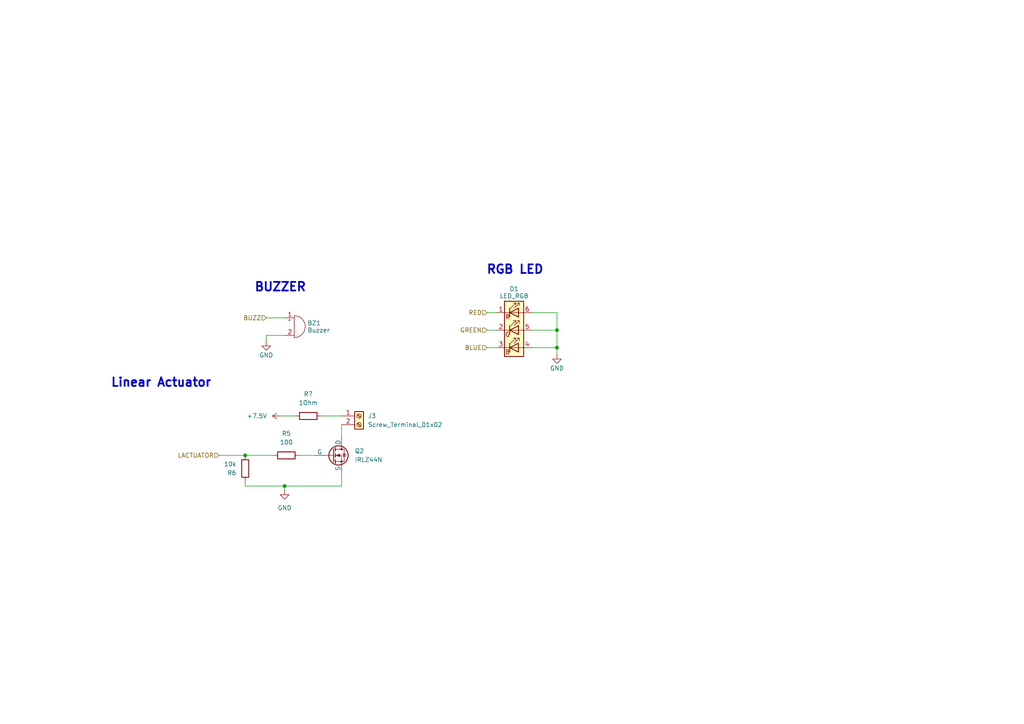
<source format=kicad_sch>
(kicad_sch (version 20230121) (generator eeschema)
  (paper "A4")
  (lib_symbols
    (symbol "Connector:Screw_Terminal_01x02" (pin_names (offset 1.016) hide)
      (property "Reference" "J" (at 0 2.54 0))
      (property "Value" "Screw_Terminal_01x02" (at 0 -5.08 0))
      (symbol "Screw_Terminal_01x02_1_1"
        (rectangle (start -1.27 1.27) (end 1.27 -3.81) (stroke (width 0.254)) (fill (type background)))
        (circle (center 0 -2.54) (radius 0.635) (stroke (width 0.1524)))
        (polyline (pts (xy -0.5334 -2.2098) (xy 0.3302 -3.048)) (stroke (width 0.1524)))
        (polyline (pts (xy -0.5334 0.3302) (xy 0.3302 -0.508)) (stroke (width 0.1524)))
        (polyline (pts (xy -0.3556 -2.032) (xy 0.508 -2.8702)) (stroke (width 0.1524)))
        (polyline (pts (xy -0.3556 0.508) (xy 0.508 -0.3302)) (stroke (width 0.1524)))
        (circle (center 0 0) (radius 0.635) (stroke (width 0.1524)))
        (pin passive line (at -5.08 0 0) (length 3.81) (name "Pin_1") (number "1"))
        (pin passive line (at -5.08 -2.54 0) (length 3.81) (name "Pin_2") (number "2"))
      )
    )
    (symbol "Device:Buzzer" (pin_names (offset 0.0254) hide)
      (property "Reference" "BZ" (at 3.81 1.27 0))
      (property "Value" "Buzzer" (at 3.81 -1.27 0))
      (symbol "Buzzer_0_1"
        (arc (start 0 -3.175) (mid 3.1612 0) (end 0 3.175))
        (polyline (pts (xy -1.651 1.905) (xy -1.143 1.905)))
        (polyline (pts (xy -1.397 2.159) (xy -1.397 1.651)))
        (polyline (pts (xy 0 3.175) (xy 0 -3.175)))
      )
      (symbol "Buzzer_1_1"
        (pin passive line (at -2.54 2.54 0) (length 2.54) (name "-") (number "1"))
        (pin passive line (at -2.54 -2.54 0) (length 2.54) (name "+") (number "2"))
      )
    )
    (symbol "Device:LED_RGB" (pin_names (offset 0) hide)
      (property "Reference" "D" (at 0 9.398 0))
      (property "Value" "LED_RGB" (at 0 -8.89 0))
      (symbol "LED_RGB_0_0"
        (text "B" (at -1.905 -6.35 0) (effects (font (size 1.27 1.27))))
        (text "G" (at -1.905 -1.27 0) (effects (font (size 1.27 1.27))))
        (text "R" (at -1.905 3.81 0) (effects (font (size 1.27 1.27))))
      )
      (symbol "LED_RGB_0_1"
        (polyline (pts (xy -1.27 -5.08) (xy -2.54 -5.08)))
        (polyline (pts (xy -1.27 -5.08) (xy 1.27 -5.08)))
        (polyline (pts (xy -1.27 -3.81) (xy -1.27 -6.35)) (stroke (width 0.254)))
        (polyline (pts (xy -1.27 0) (xy -2.54 0)))
        (polyline (pts (xy -1.27 1.27) (xy -1.27 -1.27)) (stroke (width 0.254)))
        (polyline (pts (xy -1.27 5.08) (xy -2.54 5.08)))
        (polyline (pts (xy -1.27 5.08) (xy 1.27 5.08)))
        (polyline (pts (xy -1.27 6.35) (xy -1.27 3.81)) (stroke (width 0.254)))
        (polyline (pts (xy 1.27 -5.08) (xy 2.54 -5.08)))
        (polyline (pts (xy 1.27 0) (xy -1.27 0)))
        (polyline (pts (xy 1.27 0) (xy 2.54 0)))
        (polyline (pts (xy 1.27 5.08) (xy 2.54 5.08)))
        (polyline (pts (xy -1.27 1.27) (xy -1.27 -1.27) (xy -1.27 -1.27)))
        (polyline (pts (xy -1.27 6.35) (xy -1.27 3.81) (xy -1.27 3.81)))
        (polyline (pts (xy 1.27 -3.81) (xy 1.27 -6.35) (xy -1.27 -5.08) (xy 1.27 -3.81)) (stroke (width 0.254)))
        (polyline (pts (xy 1.27 1.27) (xy 1.27 -1.27) (xy -1.27 0) (xy 1.27 1.27)) (stroke (width 0.254)))
        (polyline (pts (xy 1.27 6.35) (xy 1.27 3.81) (xy -1.27 5.08) (xy 1.27 6.35)) (stroke (width 0.254)))
        (polyline (pts (xy -1.016 -3.81) (xy 0.508 -2.286) (xy -0.254 -2.286) (xy 0.508 -2.286) (xy 0.508 -3.048)))
        (polyline (pts (xy -1.016 1.27) (xy 0.508 2.794) (xy -0.254 2.794) (xy 0.508 2.794) (xy 0.508 2.032)))
        (polyline (pts (xy -1.016 6.35) (xy 0.508 7.874) (xy -0.254 7.874) (xy 0.508 7.874) (xy 0.508 7.112)))
        (polyline (pts (xy 0 -3.81) (xy 1.524 -2.286) (xy 0.762 -2.286) (xy 1.524 -2.286) (xy 1.524 -3.048)))
        (polyline (pts (xy 0 1.27) (xy 1.524 2.794) (xy 0.762 2.794) (xy 1.524 2.794) (xy 1.524 2.032)))
        (polyline (pts (xy 0 6.35) (xy 1.524 7.874) (xy 0.762 7.874) (xy 1.524 7.874) (xy 1.524 7.112)))
        (rectangle (start 1.27 -1.27) (end 1.27 1.27))
        (rectangle (start 1.27 1.27) (end 1.27 1.27))
        (rectangle (start 1.27 3.81) (end 1.27 6.35))
        (rectangle (start 1.27 6.35) (end 1.27 6.35))
        (rectangle (start 2.794 8.382) (end -2.794 -7.62) (stroke (width 0.254)) (fill (type background)))
      )
      (symbol "LED_RGB_1_1"
        (pin passive line (at -5.08 5.08 0) (length 2.54) (name "RK") (number "1"))
        (pin passive line (at -5.08 0 0) (length 2.54) (name "GK") (number "2"))
        (pin passive line (at -5.08 -5.08 0) (length 2.54) (name "BK") (number "3"))
        (pin passive line (at 5.08 -5.08 180) (length 2.54) (name "BA") (number "4"))
        (pin passive line (at 5.08 0 180) (length 2.54) (name "GA") (number "5"))
        (pin passive line (at 5.08 5.08 180) (length 2.54) (name "RA") (number "6"))
      )
    )
    (symbol "Device:R" (pin_numbers hide) (pin_names (offset 0))
      (property "Reference" "R" (at 2.032 0 90))
      (property "Value" "R" (at 0 0 90))
      (symbol "R_0_1"
        (rectangle (start -1.016 -2.54) (end 1.016 2.54) (stroke (width 0.254)))
      )
      (symbol "R_1_1"
        (pin passive line (at 0 3.81 270) (length 1.27) (name "~") (number "1"))
        (pin passive line (at 0 -3.81 90) (length 1.27) (name "~") (number "2"))
      )
    )
    (symbol "Simulation_SPICE:NMOS" (pin_numbers hide) (pin_names (offset 0))
      (property "Reference" "Q" (at 5.08 1.27 0))
      (property "Value" "NMOS" (at 5.08 -1.27 0))
      (symbol "NMOS_0_1"
        (polyline (pts (xy 0.254 0) (xy -2.54 0)))
        (polyline (pts (xy 0.254 1.905) (xy 0.254 -1.905)) (stroke (width 0.254)))
        (polyline (pts (xy 0.762 -1.27) (xy 0.762 -2.286)) (stroke (width 0.254)))
        (polyline (pts (xy 0.762 0.508) (xy 0.762 -0.508)) (stroke (width 0.254)))
        (polyline (pts (xy 0.762 2.286) (xy 0.762 1.27)) (stroke (width 0.254)))
        (polyline (pts (xy 2.54 2.54) (xy 2.54 1.778)))
        (polyline (pts (xy 2.54 -2.54) (xy 2.54 0) (xy 0.762 0)))
        (polyline (pts (xy 0.762 -1.778) (xy 3.302 -1.778) (xy 3.302 1.778) (xy 0.762 1.778)))
        (polyline (pts (xy 1.016 0) (xy 2.032 0.381) (xy 2.032 -0.381) (xy 1.016 0)) (fill (type outline)))
        (polyline (pts (xy 2.794 0.508) (xy 2.921 0.381) (xy 3.683 0.381) (xy 3.81 0.254)))
        (polyline (pts (xy 3.302 0.381) (xy 2.921 -0.254) (xy 3.683 -0.254) (xy 3.302 0.381)))
        (circle (center 1.651 0) (radius 2.794) (stroke (width 0.254)))
        (circle (center 2.54 -1.778) (radius 0.254) (fill (type outline)))
        (circle (center 2.54 1.778) (radius 0.254) (fill (type outline)))
      )
      (symbol "NMOS_1_1"
        (pin passive line (at 2.54 5.08 270) (length 2.54) (name "D") (number "1"))
        (pin input line (at -5.08 0 0) (length 2.54) (name "G") (number "2"))
        (pin passive line (at 2.54 -5.08 90) (length 2.54) (name "S") (number "3"))
      )
    )
    (symbol "power:+7.5V" (power) (pin_names (offset 0))
      (property "Value" "+7.5V" (at 0 3.556 0))
      (symbol "+7.5V_0_1"
        (polyline (pts (xy -0.762 1.27) (xy 0 2.54)))
        (polyline (pts (xy 0 0) (xy 0 2.54)))
        (polyline (pts (xy 0 2.54) (xy 0.762 1.27)))
      )
      (symbol "+7.5V_1_1"
        (pin power_in line (at 0 0 90) (length 0) hide (name "+7.5V") (number "1"))
      )
    )
    (symbol "power:GND" (power) (pin_names (offset 0))
      (property "Value" "GND" (at 0 -3.81 0))
      (symbol "GND_0_1"
        (polyline (pts (xy 0 0) (xy 0 -1.27) (xy 1.27 -1.27) (xy 0 -2.54) (xy -1.27 -1.27) (xy 0 -1.27)))
      )
      (symbol "GND_1_1"
        (pin power_in line (at 0 0 270) (length 0) hide (name "GND") (number "1"))
      )
    )
  )
  (junction (at 161.544 95.758))
  (junction (at 82.55 140.97))
  (junction (at 161.544 100.838))
  (junction (at 71.12 132.08))
  (wire (pts (xy 154.178 95.758) (xy 161.544 95.758)))
  (wire (pts (xy 86.868 132.08) (xy 91.44 132.08)))
  (wire (pts (xy 141.224 90.678) (xy 144.018 90.678)))
  (wire (pts (xy 161.544 102.87) (xy 161.544 100.838)))
  (wire (pts (xy 99.06 140.97) (xy 82.55 140.97)))
  (wire (pts (xy 77.216 92.202) (xy 82.804 92.202)))
  (wire (pts (xy 154.178 100.838) (xy 161.544 100.838)))
  (wire (pts (xy 161.544 100.838) (xy 161.544 95.758)))
  (wire (pts (xy 99.06 137.16) (xy 99.06 140.97)))
  (wire (pts (xy 71.12 132.08) (xy 79.248 132.08)))
  (wire (pts (xy 161.544 90.678) (xy 154.178 90.678)))
  (wire (pts (xy 71.12 139.7) (xy 71.12 140.97)))
  (wire (pts (xy 71.12 140.97) (xy 82.55 140.97)))
  (wire (pts (xy 77.216 97.282) (xy 82.804 97.282)))
  (wire (pts (xy 141.224 100.838) (xy 144.018 100.838)))
  (wire (pts (xy 99.06 123.19) (xy 99.06 127)))
  (wire (pts (xy 161.544 95.758) (xy 161.544 90.678)))
  (wire (pts (xy 77.216 97.282) (xy 77.216 99.06)))
  (wire (pts (xy 93.218 120.65) (xy 99.06 120.65)))
  (wire (pts (xy 141.224 95.758) (xy 144.018 95.758)))
  (wire (pts (xy 81.534 120.65) (xy 85.598 120.65)))
  (wire (pts (xy 63.5 132.08) (xy 71.12 132.08)))
  (wire (pts (xy 82.55 140.97) (xy 82.55 142.24)))
  (text "Linear Actuator" (at 32.004 112.522 0) (effects (font (size 2.5 2.5) (thickness 0.5) bold) (justify left bottom)))
  (text "BUZZER" (at 73.66 84.836 0) (effects (font (size 2.5 2.5) (thickness 0.5) bold) (justify left bottom)))
  (text "RGB LED" (at 140.97 79.756 0) (effects (font (size 2.5 2.5) (thickness 0.5) bold) (justify left bottom)))
  (hierarchical_label "GREEN" (shape input) (at 141.224 95.758 180))
  (hierarchical_label "BLUE" (shape input) (at 141.224 100.838 180))
  (hierarchical_label "LACTUATOR" (shape input) (at 63.5 132.08 180))
  (hierarchical_label "RED" (shape input) (at 141.224 90.678 180))
  (hierarchical_label "BUZZ" (shape input) (at 77.216 92.202 180))
  (symbol (lib_id "power:+7.5V") (at 81.534 120.65 90) (unit 1)
    (property "Reference" "#PWR019" (effects hide))
    (property "Value" "+7.5V" (at 77.47 120.65 90) (effects (justify left)))
  )
  (symbol (lib_id "Device:Buzzer") (at 85.344 94.742 0) (unit 1)
    (property "Reference" "BZ1" (at 89.1402 93.718 0) (effects (justify left)))
    (property "Value" "Buzzer" (at 89.1402 95.766 0) (effects (justify left)))
  )
  (symbol (lib_id "Device:R") (at 89.408 120.65 90) (unit 1)
    (property "Reference" "R7" (at 89.408 114.3 90))
    (property "Value" "1Ohm" (at 89.408 116.84 90))
  )
  (symbol (lib_id "power:GND") (at 77.216 99.06 0) (unit 1)
    (property "Reference" "#PWR018" (effects hide))
    (property "Value" "GND" (at 77.216 103.005 0))
  )
  (symbol (lib_id "Device:R") (at 83.058 132.08 90) (unit 1)
    (property "Reference" "R5" (at 83.058 125.73 90))
    (property "Value" "100" (at 83.058 128.27 90))
  )
  (symbol (lib_id "power:GND") (at 82.55 142.24 0) (unit 1)
    (property "Reference" "#PWR017" (effects hide))
    (property "Value" "GND" (at 82.55 147.32 0))
  )
  (symbol (lib_id "Device:R") (at 71.12 135.89 0) (unit 1)
    (property "Reference" "R6" (at 68.58 137.16 0) (effects (justify right)))
    (property "Value" "10k" (at 68.58 134.62 0) (effects (justify right)))
  )
  (symbol (lib_id "power:GND") (at 161.544 102.87 0) (unit 1)
    (property "Reference" "#PWR016" (effects hide))
    (property "Value" "GND" (at 161.544 106.815 0))
  )
  (symbol (lib_id "Device:LED_RGB") (at 149.098 95.758 0) (unit 1)
    (property "Reference" "D1" (at 149.098 83.796 0))
    (property "Value" "LED_RGB" (at 149.098 85.844 0))
  )
  (symbol (lib_id "Connector:Screw_Terminal_01x02") (at 104.14 120.65 0) (unit 1)
    (property "Reference" "J3" (at 106.68 120.65 0) (effects (justify left)))
    (property "Value" "Screw_Terminal_01x02" (at 106.68 123.19 0) (effects (justify left)))
  )
  (symbol (lib_id "Simulation_SPICE:NMOS") (at 96.52 132.08 0) (unit 1)
    (property "Reference" "Q2" (at 102.87 130.81 0) (effects (justify left)))
    (property "Value" "IRLZ44N" (at 102.87 133.35 0) (effects (justify left)))
    (property "Datasheet" "https://ngspice.sourceforge.io/docs/ngspice-manual.pdf" (effects hide))
    (property "Sim.Device" "NMOS" (effects hide))
    (property "Sim.Type" "VDMOS" (effects hide))
    (property "Sim.Pins" "1=D 2=G 3=S" (effects hide))
  )
)
</source>
